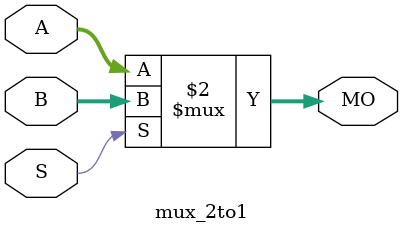
<source format=v>
module mux_2to1 (MO, A, B, S);
   input [15:0] A, B;
   input 	S;
   output [15:0] MO; 
   
   assign MO = (S == 1) ? B : A; 
   
endmodule
</source>
